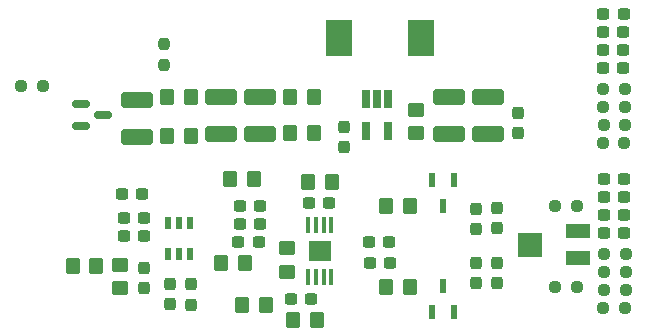
<source format=gtp>
G04 #@! TF.GenerationSoftware,KiCad,Pcbnew,(6.0.9-0)*
G04 #@! TF.CreationDate,2023-02-01T14:54:16-05:00*
G04 #@! TF.ProjectId,beach_bod_02,62656163-685f-4626-9f64-5f30322e6b69,rev?*
G04 #@! TF.SameCoordinates,Original*
G04 #@! TF.FileFunction,Paste,Top*
G04 #@! TF.FilePolarity,Positive*
%FSLAX46Y46*%
G04 Gerber Fmt 4.6, Leading zero omitted, Abs format (unit mm)*
G04 Created by KiCad (PCBNEW (6.0.9-0)) date 2023-02-01 14:54:16*
%MOMM*%
%LPD*%
G01*
G04 APERTURE LIST*
G04 Aperture macros list*
%AMRoundRect*
0 Rectangle with rounded corners*
0 $1 Rounding radius*
0 $2 $3 $4 $5 $6 $7 $8 $9 X,Y pos of 4 corners*
0 Add a 4 corners polygon primitive as box body*
4,1,4,$2,$3,$4,$5,$6,$7,$8,$9,$2,$3,0*
0 Add four circle primitives for the rounded corners*
1,1,$1+$1,$2,$3*
1,1,$1+$1,$4,$5*
1,1,$1+$1,$6,$7*
1,1,$1+$1,$8,$9*
0 Add four rect primitives between the rounded corners*
20,1,$1+$1,$2,$3,$4,$5,0*
20,1,$1+$1,$4,$5,$6,$7,0*
20,1,$1+$1,$6,$7,$8,$9,0*
20,1,$1+$1,$8,$9,$2,$3,0*%
G04 Aperture macros list end*
%ADD10RoundRect,0.250000X0.450000X-0.350000X0.450000X0.350000X-0.450000X0.350000X-0.450000X-0.350000X0*%
%ADD11R,0.600000X1.150000*%
%ADD12RoundRect,0.237500X0.300000X0.237500X-0.300000X0.237500X-0.300000X-0.237500X0.300000X-0.237500X0*%
%ADD13RoundRect,0.250000X0.350000X0.450000X-0.350000X0.450000X-0.350000X-0.450000X0.350000X-0.450000X0*%
%ADD14RoundRect,0.237500X0.237500X-0.300000X0.237500X0.300000X-0.237500X0.300000X-0.237500X-0.300000X0*%
%ADD15RoundRect,0.250000X-0.350000X-0.450000X0.350000X-0.450000X0.350000X0.450000X-0.350000X0.450000X0*%
%ADD16RoundRect,0.237500X0.250000X0.237500X-0.250000X0.237500X-0.250000X-0.237500X0.250000X-0.237500X0*%
%ADD17RoundRect,0.237500X-0.250000X-0.237500X0.250000X-0.237500X0.250000X0.237500X-0.250000X0.237500X0*%
%ADD18RoundRect,0.237500X-0.300000X-0.237500X0.300000X-0.237500X0.300000X0.237500X-0.300000X0.237500X0*%
%ADD19RoundRect,0.250000X1.100000X-0.412500X1.100000X0.412500X-1.100000X0.412500X-1.100000X-0.412500X0*%
%ADD20RoundRect,0.250000X-1.100000X0.412500X-1.100000X-0.412500X1.100000X-0.412500X1.100000X0.412500X0*%
%ADD21RoundRect,0.237500X-0.237500X0.250000X-0.237500X-0.250000X0.237500X-0.250000X0.237500X0.250000X0*%
%ADD22R,0.450000X1.425000*%
%ADD23R,1.880000X1.680000*%
%ADD24R,2.000000X1.300000*%
%ADD25R,2.000000X2.000000*%
%ADD26R,2.200000X3.150000*%
%ADD27R,0.550000X1.050000*%
%ADD28RoundRect,0.150000X-0.587500X-0.150000X0.587500X-0.150000X0.587500X0.150000X-0.587500X0.150000X0*%
%ADD29R,0.650000X1.560000*%
%ADD30RoundRect,0.237500X-0.237500X0.300000X-0.237500X-0.300000X0.237500X-0.300000X0.237500X0.300000X0*%
G04 APERTURE END LIST*
D10*
X110844500Y-99448000D03*
X110844500Y-97448000D03*
X124968000Y-98044000D03*
X124968000Y-96044000D03*
D11*
X137226000Y-101430000D03*
X139126000Y-101430000D03*
X138176000Y-99230000D03*
D12*
X153472500Y-76200000D03*
X151747500Y-76200000D03*
D13*
X121396000Y-97282000D03*
X119396000Y-97282000D03*
D14*
X115062000Y-100785000D03*
X115062000Y-99060000D03*
X142748000Y-99010000D03*
X142748000Y-97285000D03*
D10*
X135890000Y-86321500D03*
X135890000Y-84321500D03*
D15*
X121190000Y-100838000D03*
X123190000Y-100838000D03*
D16*
X153670000Y-98044000D03*
X151845000Y-98044000D03*
D15*
X126778000Y-90424000D03*
X128778000Y-90424000D03*
D17*
X151694500Y-87122000D03*
X153519500Y-87122000D03*
D12*
X122682000Y-93980000D03*
X120957000Y-93980000D03*
D17*
X147677500Y-99314000D03*
X149502500Y-99314000D03*
D18*
X131879000Y-95504000D03*
X133604000Y-95504000D03*
D17*
X151845000Y-99568000D03*
X153670000Y-99568000D03*
D19*
X112252000Y-86614000D03*
X112252000Y-83489000D03*
D15*
X120174000Y-90170000D03*
X122174000Y-90170000D03*
D18*
X111151500Y-93472000D03*
X112876500Y-93472000D03*
D14*
X112876500Y-99427000D03*
X112876500Y-97702000D03*
D20*
X122682000Y-83235000D03*
X122682000Y-86360000D03*
D15*
X106812500Y-97536000D03*
X108812500Y-97536000D03*
D21*
X114554000Y-78740000D03*
X114554000Y-80565000D03*
D18*
X111151500Y-94996000D03*
X112876500Y-94996000D03*
D12*
X112723000Y-91440000D03*
X110998000Y-91440000D03*
D16*
X153566500Y-101092000D03*
X151741500Y-101092000D03*
D12*
X153516500Y-91694000D03*
X151791500Y-91694000D03*
X153516500Y-94742000D03*
X151791500Y-94742000D03*
D16*
X149502500Y-92456000D03*
X147677500Y-92456000D03*
D19*
X138684000Y-86360000D03*
X138684000Y-83235000D03*
D22*
X126787000Y-98478000D03*
X127437000Y-98478000D03*
X128087000Y-98478000D03*
X128737000Y-98478000D03*
X128737000Y-94054000D03*
X128087000Y-94054000D03*
X127437000Y-94054000D03*
X126787000Y-94054000D03*
D23*
X127762000Y-96266000D03*
D13*
X127238000Y-86321500D03*
X125238000Y-86321500D03*
X116824000Y-83273500D03*
X114824000Y-83273500D03*
D16*
X153623000Y-85598000D03*
X151798000Y-85598000D03*
D19*
X119380000Y-86360000D03*
X119380000Y-83235000D03*
D18*
X151791500Y-93218000D03*
X153516500Y-93218000D03*
D12*
X153419500Y-79248000D03*
X151694500Y-79248000D03*
D18*
X120957000Y-92456000D03*
X122682000Y-92456000D03*
D17*
X151845000Y-96520000D03*
X153670000Y-96520000D03*
D18*
X125275000Y-100330000D03*
X127000000Y-100330000D03*
D24*
X149574000Y-96908000D03*
D25*
X145574000Y-95758000D03*
D24*
X149574000Y-94608000D03*
D26*
X129342000Y-78232000D03*
X136342000Y-78232000D03*
D27*
X114874000Y-96550000D03*
X115824000Y-96550000D03*
X116774000Y-96550000D03*
X116774000Y-93950000D03*
X115824000Y-93950000D03*
X114874000Y-93950000D03*
D15*
X125476000Y-102108000D03*
X127476000Y-102108000D03*
D16*
X153566500Y-82550000D03*
X151741500Y-82550000D03*
D18*
X126799000Y-92202000D03*
X128524000Y-92202000D03*
D14*
X116840000Y-100838000D03*
X116840000Y-99113000D03*
D18*
X151791500Y-90170000D03*
X153516500Y-90170000D03*
D20*
X141986000Y-83235000D03*
X141986000Y-86360000D03*
D14*
X142748000Y-94334500D03*
X142748000Y-92609500D03*
D15*
X133366000Y-99314000D03*
X135366000Y-99314000D03*
D14*
X140970000Y-94435000D03*
X140970000Y-92710000D03*
D13*
X116824000Y-86575500D03*
X114824000Y-86575500D03*
D28*
X107520500Y-83847500D03*
X107520500Y-85747500D03*
X109395500Y-84797500D03*
D14*
X140970000Y-99010000D03*
X140970000Y-97285000D03*
D29*
X133538000Y-83447500D03*
X132588000Y-83447500D03*
X131638000Y-83447500D03*
X131638000Y-86147500D03*
X133538000Y-86147500D03*
D18*
X151694500Y-77724000D03*
X153419500Y-77724000D03*
X151694500Y-80772000D03*
X153419500Y-80772000D03*
D11*
X139126000Y-90256000D03*
X137226000Y-90256000D03*
X138176000Y-92456000D03*
D30*
X129794000Y-85751500D03*
X129794000Y-87476500D03*
D15*
X133366000Y-92456000D03*
X135366000Y-92456000D03*
D13*
X127238000Y-83273500D03*
X125238000Y-83273500D03*
D30*
X144526000Y-84582000D03*
X144526000Y-86307000D03*
D18*
X131979500Y-97282000D03*
X133704500Y-97282000D03*
D12*
X122581500Y-95504000D03*
X120856500Y-95504000D03*
D17*
X151741500Y-84074000D03*
X153566500Y-84074000D03*
D16*
X104290500Y-82296000D03*
X102465500Y-82296000D03*
M02*

</source>
